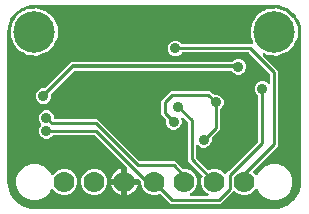
<source format=gbr>
G04 EAGLE Gerber RS-274X export*
G75*
%MOMM*%
%FSLAX34Y34*%
%LPD*%
%INBottom Copper*%
%IPPOS*%
%AMOC8*
5,1,8,0,0,1.08239X$1,22.5*%
G01*
%ADD10C,3.516000*%
%ADD11C,1.778000*%
%ADD12C,0.889000*%
%ADD13C,0.304800*%
%ADD14C,0.254000*%
%ADD15C,0.906400*%

G36*
X228622Y2543D02*
X228622Y2543D01*
X228700Y2545D01*
X232077Y2810D01*
X232145Y2824D01*
X232214Y2829D01*
X232370Y2869D01*
X238794Y4956D01*
X238901Y5006D01*
X239012Y5050D01*
X239063Y5083D01*
X239082Y5091D01*
X239097Y5104D01*
X239148Y5136D01*
X244612Y9107D01*
X244699Y9188D01*
X244746Y9227D01*
X244752Y9231D01*
X244753Y9232D01*
X244791Y9264D01*
X244829Y9310D01*
X244844Y9324D01*
X244855Y9342D01*
X244893Y9388D01*
X248864Y14852D01*
X248921Y14956D01*
X248985Y15056D01*
X249007Y15113D01*
X249017Y15131D01*
X249022Y15151D01*
X249044Y15206D01*
X251131Y21630D01*
X251144Y21698D01*
X251167Y21764D01*
X251190Y21923D01*
X251455Y25300D01*
X251455Y25304D01*
X251456Y25307D01*
X251455Y25326D01*
X251459Y25400D01*
X251459Y152400D01*
X251457Y152422D01*
X251455Y152500D01*
X251190Y155877D01*
X251176Y155945D01*
X251171Y156014D01*
X251131Y156170D01*
X249044Y162594D01*
X248993Y162701D01*
X248950Y162812D01*
X248917Y162863D01*
X248909Y162882D01*
X248896Y162897D01*
X248864Y162948D01*
X247171Y165278D01*
X247153Y165297D01*
X247139Y165320D01*
X247044Y165413D01*
X246953Y165509D01*
X246931Y165524D01*
X246912Y165542D01*
X246798Y165608D01*
X246792Y165624D01*
X246789Y165651D01*
X246740Y165775D01*
X246697Y165900D01*
X246682Y165922D01*
X246672Y165947D01*
X246586Y166083D01*
X244893Y168412D01*
X244812Y168499D01*
X244736Y168591D01*
X244690Y168629D01*
X244676Y168644D01*
X244658Y168655D01*
X244612Y168693D01*
X239148Y172664D01*
X239044Y172721D01*
X238944Y172785D01*
X238887Y172807D01*
X238869Y172817D01*
X238849Y172822D01*
X238794Y172844D01*
X232370Y174931D01*
X232302Y174944D01*
X232236Y174967D01*
X232077Y174990D01*
X228700Y175255D01*
X228678Y175254D01*
X228600Y175259D01*
X25400Y175259D01*
X25378Y175257D01*
X25300Y175255D01*
X21923Y174990D01*
X21855Y174976D01*
X21786Y174971D01*
X21630Y174931D01*
X18892Y174041D01*
X18867Y174030D01*
X18841Y174024D01*
X18724Y173963D01*
X18604Y173906D01*
X18583Y173889D01*
X18560Y173877D01*
X18462Y173789D01*
X18445Y173788D01*
X18418Y173793D01*
X18286Y173785D01*
X18153Y173783D01*
X18128Y173775D01*
X18101Y173774D01*
X17945Y173734D01*
X15206Y172844D01*
X15099Y172793D01*
X14988Y172750D01*
X14937Y172717D01*
X14918Y172709D01*
X14903Y172696D01*
X14852Y172664D01*
X9388Y168693D01*
X9301Y168612D01*
X9209Y168536D01*
X9171Y168490D01*
X9156Y168476D01*
X9145Y168458D01*
X9107Y168412D01*
X5136Y162948D01*
X5079Y162844D01*
X5015Y162744D01*
X4993Y162687D01*
X4983Y162669D01*
X4978Y162649D01*
X4956Y162594D01*
X2869Y156170D01*
X2856Y156102D01*
X2833Y156036D01*
X2810Y155877D01*
X2545Y152500D01*
X2546Y152478D01*
X2541Y152400D01*
X2541Y25400D01*
X2543Y25378D01*
X2545Y25300D01*
X2810Y21923D01*
X2824Y21855D01*
X2829Y21786D01*
X2869Y21630D01*
X4956Y15206D01*
X5006Y15099D01*
X5050Y14988D01*
X5083Y14937D01*
X5091Y14918D01*
X5104Y14903D01*
X5136Y14852D01*
X9107Y9388D01*
X9127Y9366D01*
X9138Y9348D01*
X9184Y9305D01*
X9188Y9301D01*
X9264Y9209D01*
X9310Y9171D01*
X9324Y9156D01*
X9342Y9145D01*
X9388Y9107D01*
X14852Y5136D01*
X14956Y5079D01*
X15056Y5015D01*
X15113Y4993D01*
X15131Y4983D01*
X15151Y4978D01*
X15206Y4956D01*
X21630Y2869D01*
X21698Y2856D01*
X21764Y2833D01*
X21923Y2810D01*
X25300Y2545D01*
X25322Y2546D01*
X25400Y2541D01*
X228600Y2541D01*
X228622Y2543D01*
G37*
%LPC*%
G36*
X140872Y6857D02*
X140872Y6857D01*
X138566Y9164D01*
X132657Y15072D01*
X132633Y15091D01*
X132614Y15113D01*
X132508Y15188D01*
X132406Y15267D01*
X132378Y15279D01*
X132354Y15296D01*
X132233Y15342D01*
X132114Y15394D01*
X132085Y15398D01*
X132057Y15409D01*
X131928Y15423D01*
X131800Y15444D01*
X131770Y15441D01*
X131741Y15444D01*
X131612Y15426D01*
X131483Y15414D01*
X131455Y15404D01*
X131426Y15400D01*
X131274Y15348D01*
X129173Y14477D01*
X124827Y14477D01*
X120813Y16140D01*
X117740Y19213D01*
X116077Y23227D01*
X116077Y24776D01*
X116065Y24874D01*
X116062Y24973D01*
X116045Y25032D01*
X116037Y25092D01*
X116001Y25184D01*
X115973Y25279D01*
X115943Y25331D01*
X115920Y25387D01*
X115862Y25468D01*
X115812Y25553D01*
X115746Y25628D01*
X115734Y25645D01*
X115724Y25653D01*
X115706Y25674D01*
X113852Y27528D01*
X113773Y27588D01*
X113701Y27656D01*
X113648Y27685D01*
X113600Y27722D01*
X113509Y27762D01*
X113423Y27810D01*
X113364Y27825D01*
X113309Y27849D01*
X113211Y27864D01*
X113115Y27889D01*
X113015Y27895D01*
X112994Y27899D01*
X112982Y27897D01*
X112954Y27899D01*
X104099Y27899D01*
X104099Y36754D01*
X104087Y36852D01*
X104084Y36951D01*
X104067Y37010D01*
X104059Y37070D01*
X104023Y37162D01*
X103995Y37257D01*
X103965Y37309D01*
X103942Y37365D01*
X103884Y37445D01*
X103834Y37531D01*
X103768Y37606D01*
X103756Y37623D01*
X103746Y37631D01*
X103728Y37652D01*
X76474Y64906D01*
X76395Y64966D01*
X76323Y65034D01*
X76270Y65063D01*
X76222Y65100D01*
X76131Y65140D01*
X76045Y65188D01*
X75986Y65203D01*
X75931Y65227D01*
X75833Y65242D01*
X75737Y65267D01*
X75637Y65273D01*
X75616Y65277D01*
X75604Y65275D01*
X75576Y65277D01*
X41944Y65277D01*
X41846Y65265D01*
X41747Y65262D01*
X41688Y65245D01*
X41628Y65237D01*
X41536Y65201D01*
X41441Y65173D01*
X41389Y65143D01*
X41333Y65120D01*
X41253Y65062D01*
X41167Y65012D01*
X41092Y64946D01*
X41075Y64934D01*
X41068Y64924D01*
X41046Y64906D01*
X39229Y63088D01*
X36849Y62102D01*
X34271Y62102D01*
X31891Y63088D01*
X30068Y64911D01*
X29082Y67291D01*
X29082Y69869D01*
X30068Y72249D01*
X30963Y73143D01*
X31035Y73237D01*
X31114Y73327D01*
X31133Y73363D01*
X31158Y73395D01*
X31205Y73504D01*
X31259Y73610D01*
X31268Y73649D01*
X31284Y73687D01*
X31303Y73804D01*
X31329Y73920D01*
X31327Y73961D01*
X31334Y74001D01*
X31323Y74119D01*
X31319Y74238D01*
X31308Y74277D01*
X31304Y74317D01*
X31264Y74430D01*
X31231Y74544D01*
X31210Y74578D01*
X31196Y74617D01*
X31129Y74715D01*
X31069Y74818D01*
X31029Y74863D01*
X31018Y74880D01*
X31002Y74893D01*
X30963Y74938D01*
X30068Y75833D01*
X29082Y78213D01*
X29082Y80791D01*
X30068Y83171D01*
X31891Y84994D01*
X34271Y85980D01*
X36849Y85980D01*
X39229Y84994D01*
X41052Y83171D01*
X42038Y80791D01*
X42038Y79629D01*
X42053Y79511D01*
X42060Y79392D01*
X42073Y79354D01*
X42078Y79313D01*
X42121Y79203D01*
X42158Y79090D01*
X42180Y79055D01*
X42195Y79018D01*
X42264Y78922D01*
X42328Y78821D01*
X42358Y78793D01*
X42381Y78760D01*
X42473Y78684D01*
X42560Y78603D01*
X42595Y78583D01*
X42626Y78558D01*
X42734Y78507D01*
X42838Y78449D01*
X42878Y78439D01*
X42914Y78422D01*
X43031Y78400D01*
X43146Y78370D01*
X43206Y78366D01*
X43226Y78362D01*
X43247Y78364D01*
X43307Y78360D01*
X78827Y78360D01*
X114142Y43044D01*
X114220Y42984D01*
X114292Y42916D01*
X114345Y42887D01*
X114393Y42850D01*
X114484Y42810D01*
X114571Y42762D01*
X114630Y42747D01*
X114685Y42723D01*
X114783Y42708D01*
X114879Y42683D01*
X114979Y42677D01*
X114999Y42673D01*
X115012Y42675D01*
X115040Y42673D01*
X144878Y42673D01*
X147184Y40367D01*
X147184Y40366D01*
X150856Y36694D01*
X150935Y36634D01*
X151007Y36566D01*
X151060Y36537D01*
X151108Y36500D01*
X151199Y36460D01*
X151285Y36412D01*
X151344Y36397D01*
X151399Y36373D01*
X151497Y36358D01*
X151593Y36333D01*
X151693Y36327D01*
X151713Y36323D01*
X151726Y36325D01*
X151754Y36323D01*
X154573Y36323D01*
X158587Y34660D01*
X161660Y31587D01*
X163323Y27573D01*
X163323Y23227D01*
X161660Y19213D01*
X158587Y16140D01*
X158019Y15905D01*
X157958Y15870D01*
X157893Y15844D01*
X157820Y15792D01*
X157742Y15747D01*
X157692Y15699D01*
X157636Y15658D01*
X157578Y15588D01*
X157514Y15526D01*
X157477Y15466D01*
X157433Y15413D01*
X157395Y15331D01*
X157348Y15255D01*
X157327Y15188D01*
X157297Y15125D01*
X157280Y15037D01*
X157254Y14951D01*
X157251Y14881D01*
X157238Y14812D01*
X157243Y14723D01*
X157239Y14633D01*
X157253Y14565D01*
X157257Y14495D01*
X157285Y14410D01*
X157303Y14322D01*
X157334Y14259D01*
X157355Y14193D01*
X157403Y14117D01*
X157443Y14036D01*
X157488Y13983D01*
X157525Y13924D01*
X157591Y13862D01*
X157649Y13794D01*
X157706Y13754D01*
X157757Y13706D01*
X157836Y13663D01*
X157909Y13611D01*
X157974Y13586D01*
X158036Y13552D01*
X158123Y13530D01*
X158207Y13498D01*
X158276Y13490D01*
X158344Y13473D01*
X158504Y13463D01*
X171696Y13463D01*
X171765Y13471D01*
X171835Y13470D01*
X171922Y13491D01*
X172011Y13503D01*
X172076Y13528D01*
X172144Y13545D01*
X172224Y13587D01*
X172307Y13620D01*
X172363Y13661D01*
X172425Y13693D01*
X172492Y13754D01*
X172564Y13806D01*
X172609Y13860D01*
X172661Y13907D01*
X172710Y13982D01*
X172767Y14051D01*
X172797Y14114D01*
X172835Y14173D01*
X172864Y14258D01*
X172903Y14339D01*
X172916Y14408D01*
X172938Y14474D01*
X172946Y14563D01*
X172962Y14651D01*
X172958Y14721D01*
X172964Y14791D01*
X172948Y14879D01*
X172943Y14969D01*
X172921Y15035D01*
X172909Y15104D01*
X172872Y15186D01*
X172845Y15271D01*
X172807Y15330D01*
X172779Y15394D01*
X172723Y15464D01*
X172675Y15540D01*
X172624Y15588D01*
X172580Y15642D01*
X172508Y15696D01*
X172443Y15758D01*
X172382Y15792D01*
X172326Y15834D01*
X172181Y15905D01*
X171613Y16140D01*
X168540Y19213D01*
X166877Y23227D01*
X166877Y27573D01*
X167748Y29674D01*
X167755Y29702D01*
X167769Y29728D01*
X167797Y29855D01*
X167831Y29980D01*
X167832Y30010D01*
X167838Y30039D01*
X167834Y30168D01*
X167837Y30298D01*
X167830Y30327D01*
X167829Y30357D01*
X167793Y30481D01*
X167762Y30608D01*
X167749Y30634D01*
X167740Y30662D01*
X167675Y30774D01*
X167614Y30889D01*
X167594Y30911D01*
X167579Y30936D01*
X167472Y31057D01*
X157754Y40776D01*
X155447Y43082D01*
X155447Y75576D01*
X155435Y75674D01*
X155432Y75773D01*
X155415Y75832D01*
X155407Y75892D01*
X155371Y75984D01*
X155343Y76079D01*
X155313Y76131D01*
X155290Y76187D01*
X155232Y76267D01*
X155182Y76353D01*
X155116Y76428D01*
X155104Y76445D01*
X155094Y76453D01*
X155076Y76474D01*
X151780Y79769D01*
X151725Y79812D01*
X151677Y79862D01*
X151600Y79909D01*
X151529Y79964D01*
X151465Y79992D01*
X151406Y80028D01*
X151320Y80054D01*
X151237Y80090D01*
X151168Y80101D01*
X151102Y80122D01*
X151012Y80126D01*
X150923Y80140D01*
X150854Y80133D01*
X150784Y80137D01*
X150696Y80119D01*
X150607Y80110D01*
X150541Y80086D01*
X150473Y80072D01*
X150392Y80033D01*
X150307Y80003D01*
X150249Y79963D01*
X150187Y79933D01*
X150119Y79874D01*
X150044Y79824D01*
X149998Y79772D01*
X149945Y79726D01*
X149893Y79653D01*
X149834Y79586D01*
X149802Y79523D01*
X149762Y79466D01*
X149730Y79382D01*
X149689Y79302D01*
X149674Y79234D01*
X149649Y79169D01*
X149639Y79080D01*
X149619Y78992D01*
X149622Y78922D01*
X149614Y78853D01*
X149626Y78764D01*
X149629Y78674D01*
X149649Y78607D01*
X149658Y78538D01*
X149710Y78386D01*
X150075Y77506D01*
X150075Y74894D01*
X149075Y72481D01*
X147229Y70635D01*
X144816Y69635D01*
X142204Y69635D01*
X139791Y70635D01*
X137945Y72481D01*
X136945Y74894D01*
X136945Y77568D01*
X136933Y77666D01*
X136930Y77765D01*
X136913Y77824D01*
X136905Y77884D01*
X136869Y77976D01*
X136841Y78071D01*
X136811Y78123D01*
X136788Y78179D01*
X136730Y78259D01*
X136680Y78345D01*
X136614Y78420D01*
X136602Y78437D01*
X136592Y78445D01*
X136574Y78466D01*
X132587Y82452D01*
X132587Y94078D01*
X140872Y102363D01*
X174088Y102363D01*
X176891Y99559D01*
X176970Y99499D01*
X177042Y99431D01*
X177095Y99402D01*
X177143Y99365D01*
X177234Y99325D01*
X177320Y99277D01*
X177379Y99262D01*
X177434Y99238D01*
X177532Y99223D01*
X177628Y99198D01*
X177728Y99192D01*
X177749Y99188D01*
X177761Y99190D01*
X177789Y99188D01*
X180359Y99188D01*
X182739Y98202D01*
X184562Y96379D01*
X185548Y93999D01*
X185548Y91421D01*
X184562Y89041D01*
X182744Y87224D01*
X182684Y87145D01*
X182616Y87073D01*
X182587Y87020D01*
X182550Y86972D01*
X182510Y86881D01*
X182462Y86795D01*
X182447Y86736D01*
X182423Y86680D01*
X182408Y86582D01*
X182383Y86487D01*
X182378Y86404D01*
X182375Y86392D01*
X182376Y86382D01*
X182373Y86366D01*
X182375Y86354D01*
X182373Y86326D01*
X182373Y69752D01*
X175759Y63139D01*
X175699Y63060D01*
X175631Y62988D01*
X175602Y62935D01*
X175565Y62887D01*
X175525Y62796D01*
X175477Y62710D01*
X175462Y62651D01*
X175438Y62596D01*
X175423Y62498D01*
X175398Y62402D01*
X175392Y62302D01*
X175388Y62281D01*
X175390Y62269D01*
X175388Y62241D01*
X175388Y59671D01*
X174402Y57291D01*
X172579Y55468D01*
X170199Y54482D01*
X167621Y54482D01*
X165241Y55468D01*
X164219Y56490D01*
X164110Y56574D01*
X164003Y56664D01*
X163984Y56672D01*
X163968Y56685D01*
X163841Y56740D01*
X163715Y56799D01*
X163695Y56803D01*
X163676Y56811D01*
X163538Y56833D01*
X163402Y56859D01*
X163382Y56858D01*
X163362Y56861D01*
X163223Y56848D01*
X163085Y56839D01*
X163066Y56833D01*
X163046Y56831D01*
X162914Y56784D01*
X162783Y56741D01*
X162765Y56730D01*
X162746Y56723D01*
X162631Y56645D01*
X162514Y56571D01*
X162500Y56556D01*
X162483Y56545D01*
X162391Y56441D01*
X162296Y56339D01*
X162286Y56321D01*
X162273Y56306D01*
X162210Y56183D01*
X162142Y56061D01*
X162137Y56041D01*
X162128Y56023D01*
X162098Y55887D01*
X162063Y55753D01*
X162061Y55725D01*
X162058Y55713D01*
X162059Y55692D01*
X162053Y55592D01*
X162053Y46344D01*
X162065Y46246D01*
X162068Y46147D01*
X162085Y46088D01*
X162093Y46028D01*
X162129Y45936D01*
X162157Y45841D01*
X162187Y45789D01*
X162210Y45733D01*
X162268Y45653D01*
X162318Y45567D01*
X162384Y45492D01*
X162396Y45475D01*
X162406Y45467D01*
X162424Y45446D01*
X172143Y35728D01*
X172167Y35709D01*
X172186Y35687D01*
X172292Y35612D01*
X172394Y35533D01*
X172422Y35521D01*
X172446Y35504D01*
X172567Y35458D01*
X172686Y35406D01*
X172715Y35402D01*
X172743Y35391D01*
X172872Y35377D01*
X173000Y35356D01*
X173030Y35359D01*
X173059Y35356D01*
X173188Y35374D01*
X173317Y35386D01*
X173345Y35396D01*
X173374Y35400D01*
X173526Y35452D01*
X175627Y36323D01*
X179973Y36323D01*
X183987Y34660D01*
X186101Y32546D01*
X186195Y32473D01*
X186284Y32395D01*
X186320Y32376D01*
X186352Y32351D01*
X186461Y32304D01*
X186567Y32250D01*
X186607Y32241D01*
X186644Y32225D01*
X186762Y32206D01*
X186877Y32180D01*
X186918Y32182D01*
X186958Y32175D01*
X187076Y32186D01*
X187195Y32190D01*
X187234Y32201D01*
X187274Y32205D01*
X187387Y32245D01*
X187501Y32278D01*
X187536Y32299D01*
X187574Y32313D01*
X187672Y32380D01*
X187775Y32440D01*
X187820Y32480D01*
X187837Y32491D01*
X187850Y32507D01*
X187896Y32546D01*
X190012Y34662D01*
X214766Y59416D01*
X214826Y59495D01*
X214894Y59567D01*
X214923Y59620D01*
X214960Y59668D01*
X215000Y59759D01*
X215048Y59845D01*
X215063Y59904D01*
X215087Y59959D01*
X215102Y60057D01*
X215127Y60153D01*
X215133Y60253D01*
X215137Y60274D01*
X215135Y60286D01*
X215137Y60314D01*
X215137Y97756D01*
X215125Y97854D01*
X215122Y97953D01*
X215105Y98012D01*
X215097Y98072D01*
X215061Y98164D01*
X215033Y98259D01*
X215003Y98311D01*
X214980Y98367D01*
X214922Y98447D01*
X214872Y98533D01*
X214806Y98608D01*
X214794Y98625D01*
X214784Y98632D01*
X214766Y98654D01*
X212948Y100471D01*
X211962Y102851D01*
X211962Y105429D01*
X212948Y107809D01*
X214771Y109632D01*
X217151Y110618D01*
X219729Y110618D01*
X222109Y109632D01*
X223131Y108610D01*
X223240Y108526D01*
X223347Y108436D01*
X223366Y108428D01*
X223382Y108415D01*
X223509Y108360D01*
X223635Y108301D01*
X223655Y108297D01*
X223674Y108289D01*
X223812Y108267D01*
X223948Y108241D01*
X223968Y108242D01*
X223988Y108239D01*
X224127Y108252D01*
X224265Y108261D01*
X224284Y108267D01*
X224304Y108269D01*
X224436Y108316D01*
X224567Y108359D01*
X224585Y108370D01*
X224604Y108377D01*
X224719Y108455D01*
X224836Y108529D01*
X224850Y108544D01*
X224867Y108555D01*
X224959Y108659D01*
X225054Y108761D01*
X225064Y108779D01*
X225077Y108794D01*
X225140Y108917D01*
X225208Y109039D01*
X225213Y109059D01*
X225222Y109077D01*
X225252Y109213D01*
X225287Y109347D01*
X225289Y109375D01*
X225292Y109387D01*
X225291Y109408D01*
X225297Y109508D01*
X225297Y116216D01*
X225285Y116314D01*
X225282Y116413D01*
X225265Y116472D01*
X225257Y116532D01*
X225221Y116624D01*
X225193Y116719D01*
X225163Y116771D01*
X225140Y116827D01*
X225082Y116907D01*
X225032Y116993D01*
X224966Y117068D01*
X224954Y117085D01*
X224944Y117093D01*
X224926Y117114D01*
X207284Y134756D01*
X207205Y134816D01*
X207133Y134884D01*
X207080Y134913D01*
X207032Y134950D01*
X206941Y134990D01*
X206855Y135038D01*
X206796Y135053D01*
X206741Y135077D01*
X206643Y135092D01*
X206547Y135117D01*
X206447Y135123D01*
X206426Y135127D01*
X206414Y135125D01*
X206386Y135127D01*
X151164Y135127D01*
X151066Y135115D01*
X150967Y135112D01*
X150908Y135095D01*
X150848Y135087D01*
X150756Y135051D01*
X150661Y135023D01*
X150609Y134993D01*
X150553Y134970D01*
X150473Y134912D01*
X150387Y134862D01*
X150312Y134796D01*
X150295Y134784D01*
X150288Y134774D01*
X150266Y134756D01*
X148449Y132938D01*
X146069Y131952D01*
X143491Y131952D01*
X141111Y132938D01*
X139288Y134761D01*
X138302Y137141D01*
X138302Y139719D01*
X139288Y142099D01*
X141111Y143922D01*
X143491Y144908D01*
X146069Y144908D01*
X148449Y143922D01*
X150266Y142104D01*
X150345Y142044D01*
X150417Y141976D01*
X150470Y141947D01*
X150518Y141910D01*
X150609Y141870D01*
X150695Y141822D01*
X150754Y141807D01*
X150810Y141783D01*
X150908Y141768D01*
X151003Y141743D01*
X151103Y141737D01*
X151124Y141733D01*
X151136Y141735D01*
X151164Y141733D01*
X209518Y141733D01*
X209557Y141738D01*
X209597Y141735D01*
X209715Y141758D01*
X209834Y141773D01*
X209871Y141787D01*
X209910Y141795D01*
X210018Y141846D01*
X210129Y141890D01*
X210161Y141913D01*
X210197Y141930D01*
X210290Y142006D01*
X210387Y142076D01*
X210412Y142107D01*
X210443Y142132D01*
X210513Y142229D01*
X210589Y142321D01*
X210606Y142357D01*
X210630Y142390D01*
X210674Y142501D01*
X210725Y142609D01*
X210732Y142648D01*
X210747Y142685D01*
X210762Y142804D01*
X210785Y142921D01*
X210782Y142961D01*
X210787Y143001D01*
X210772Y143119D01*
X210765Y143239D01*
X210753Y143277D01*
X210748Y143316D01*
X210704Y143427D01*
X210667Y143541D01*
X210646Y143575D01*
X210631Y143612D01*
X210545Y143748D01*
X210208Y144211D01*
X209647Y146849D01*
X209636Y146883D01*
X209631Y146919D01*
X209579Y147071D01*
X208987Y148499D01*
X208987Y149822D01*
X208981Y149874D01*
X208983Y149926D01*
X208960Y150086D01*
X208468Y152400D01*
X208960Y154714D01*
X208964Y154767D01*
X208977Y154817D01*
X208987Y154978D01*
X208987Y156301D01*
X209579Y157729D01*
X209588Y157763D01*
X209604Y157795D01*
X209647Y157951D01*
X210208Y160589D01*
X211411Y162244D01*
X211444Y162305D01*
X211486Y162360D01*
X211557Y162504D01*
X211973Y163510D01*
X213209Y164746D01*
X213221Y164761D01*
X213236Y164773D01*
X213339Y164897D01*
X215129Y167361D01*
X216631Y168228D01*
X216699Y168280D01*
X216773Y168324D01*
X216875Y168414D01*
X216884Y168421D01*
X216887Y168424D01*
X216893Y168430D01*
X217490Y169027D01*
X219266Y169762D01*
X219268Y169764D01*
X219271Y169764D01*
X219415Y169836D01*
X222379Y171547D01*
X223798Y171696D01*
X223898Y171720D01*
X223999Y171734D01*
X224087Y171764D01*
X224108Y171769D01*
X224120Y171775D01*
X224151Y171786D01*
X224699Y172013D01*
X226743Y172013D01*
X226760Y172015D01*
X226876Y172020D01*
X230704Y172422D01*
X231773Y172075D01*
X231890Y172053D01*
X232005Y172023D01*
X232065Y172019D01*
X232085Y172015D01*
X232106Y172017D01*
X232165Y172013D01*
X232501Y172013D01*
X234409Y171222D01*
X234430Y171217D01*
X234503Y171188D01*
X238666Y169835D01*
X239278Y169285D01*
X239389Y169207D01*
X239497Y169126D01*
X239527Y169111D01*
X239539Y169103D01*
X239559Y169096D01*
X239641Y169055D01*
X239710Y169027D01*
X241005Y167732D01*
X241019Y167721D01*
X241053Y167686D01*
X244710Y164393D01*
X244732Y164378D01*
X244750Y164359D01*
X244862Y164288D01*
X244910Y164254D01*
X244914Y164217D01*
X244924Y164192D01*
X244929Y164166D01*
X244985Y164015D01*
X245100Y163756D01*
X245179Y163626D01*
X245450Y162971D01*
X245455Y162962D01*
X245463Y162941D01*
X248292Y156586D01*
X248292Y148214D01*
X245463Y141859D01*
X245460Y141849D01*
X245450Y141829D01*
X245194Y141211D01*
X245175Y141187D01*
X245170Y141179D01*
X245168Y141175D01*
X245163Y141164D01*
X245100Y141044D01*
X244887Y140566D01*
X241053Y137114D01*
X241041Y137100D01*
X241005Y137068D01*
X239710Y135773D01*
X239641Y135745D01*
X239524Y135678D01*
X239404Y135615D01*
X239377Y135594D01*
X239365Y135587D01*
X239350Y135572D01*
X239278Y135515D01*
X238666Y134965D01*
X234502Y133612D01*
X234483Y133603D01*
X234409Y133577D01*
X232501Y132787D01*
X232165Y132787D01*
X232047Y132772D01*
X231929Y132765D01*
X231870Y132750D01*
X231850Y132747D01*
X231831Y132740D01*
X231773Y132725D01*
X230704Y132378D01*
X226876Y132780D01*
X226858Y132780D01*
X226743Y132787D01*
X224699Y132787D01*
X224151Y133014D01*
X224052Y133041D01*
X223957Y133077D01*
X223865Y133092D01*
X223844Y133098D01*
X223831Y133098D01*
X223798Y133104D01*
X222379Y133253D01*
X220670Y134239D01*
X220531Y134298D01*
X220390Y134359D01*
X220383Y134360D01*
X220377Y134363D01*
X220228Y134385D01*
X220076Y134409D01*
X220069Y134408D01*
X220062Y134409D01*
X219912Y134393D01*
X219759Y134379D01*
X219753Y134377D01*
X219746Y134376D01*
X219605Y134323D01*
X219460Y134271D01*
X219454Y134268D01*
X219448Y134265D01*
X219324Y134179D01*
X219197Y134093D01*
X219192Y134088D01*
X219187Y134084D01*
X219087Y133969D01*
X218986Y133854D01*
X218983Y133848D01*
X218979Y133843D01*
X218911Y133707D01*
X218842Y133571D01*
X218840Y133565D01*
X218837Y133559D01*
X218805Y133408D01*
X218772Y133261D01*
X218772Y133254D01*
X218771Y133248D01*
X218777Y133095D01*
X218782Y132943D01*
X218784Y132937D01*
X218784Y132930D01*
X218828Y132784D01*
X218870Y132638D01*
X218874Y132632D01*
X218875Y132625D01*
X218954Y132496D01*
X219032Y132364D01*
X219038Y132357D01*
X219040Y132353D01*
X219047Y132346D01*
X219138Y132243D01*
X231903Y119478D01*
X231903Y55782D01*
X210981Y34861D01*
X210908Y34766D01*
X210830Y34677D01*
X210811Y34641D01*
X210786Y34609D01*
X210739Y34500D01*
X210685Y34394D01*
X210676Y34355D01*
X210660Y34318D01*
X210641Y34200D01*
X210615Y34084D01*
X210617Y34043D01*
X210610Y34003D01*
X210621Y33885D01*
X210625Y33766D01*
X210636Y33727D01*
X210640Y33687D01*
X210680Y33575D01*
X210713Y33460D01*
X210734Y33426D01*
X210748Y33388D01*
X210815Y33289D01*
X210875Y33186D01*
X210915Y33141D01*
X210926Y33124D01*
X210942Y33111D01*
X210981Y33066D01*
X212511Y31536D01*
X212524Y31511D01*
X212538Y31496D01*
X212548Y31479D01*
X212644Y31379D01*
X212738Y31276D01*
X212755Y31265D01*
X212769Y31250D01*
X212888Y31177D01*
X213004Y31101D01*
X213023Y31094D01*
X213040Y31084D01*
X213173Y31043D01*
X213305Y30998D01*
X213325Y30996D01*
X213344Y30990D01*
X213483Y30984D01*
X213622Y30972D01*
X213642Y30976D01*
X213662Y30975D01*
X213798Y31003D01*
X213935Y31027D01*
X213953Y31035D01*
X213973Y31039D01*
X214098Y31100D01*
X214225Y31157D01*
X214241Y31170D01*
X214259Y31179D01*
X214365Y31269D01*
X214474Y31356D01*
X214486Y31372D01*
X214501Y31385D01*
X214581Y31499D01*
X214665Y31610D01*
X214677Y31635D01*
X214684Y31645D01*
X214691Y31664D01*
X214736Y31755D01*
X215680Y34033D01*
X219967Y38320D01*
X225568Y40641D01*
X231632Y40641D01*
X237233Y38320D01*
X241520Y34033D01*
X243841Y28432D01*
X243841Y22368D01*
X241520Y16767D01*
X237233Y12480D01*
X231632Y10159D01*
X225568Y10159D01*
X219967Y12480D01*
X215680Y16767D01*
X214736Y19045D01*
X214667Y19166D01*
X214602Y19289D01*
X214588Y19304D01*
X214578Y19322D01*
X214481Y19422D01*
X214388Y19525D01*
X214371Y19536D01*
X214357Y19550D01*
X214238Y19623D01*
X214122Y19699D01*
X214103Y19706D01*
X214086Y19716D01*
X213953Y19757D01*
X213821Y19802D01*
X213801Y19804D01*
X213782Y19810D01*
X213643Y19816D01*
X213504Y19828D01*
X213484Y19824D01*
X213464Y19825D01*
X213328Y19797D01*
X213191Y19773D01*
X213172Y19765D01*
X213153Y19761D01*
X213027Y19699D01*
X212901Y19642D01*
X212885Y19630D01*
X212867Y19621D01*
X212761Y19530D01*
X212652Y19444D01*
X212640Y19428D01*
X212625Y19415D01*
X212545Y19301D01*
X212536Y19289D01*
X209387Y16140D01*
X205373Y14477D01*
X201027Y14477D01*
X197013Y16140D01*
X195534Y17619D01*
X195440Y17692D01*
X195351Y17770D01*
X195315Y17789D01*
X195283Y17814D01*
X195174Y17861D01*
X195068Y17915D01*
X195028Y17924D01*
X194991Y17940D01*
X194873Y17959D01*
X194758Y17985D01*
X194717Y17983D01*
X194677Y17990D01*
X194559Y17979D01*
X194440Y17975D01*
X194401Y17964D01*
X194361Y17960D01*
X194248Y17920D01*
X194134Y17887D01*
X194099Y17866D01*
X194061Y17852D01*
X193963Y17785D01*
X193860Y17725D01*
X193815Y17685D01*
X193798Y17674D01*
X193785Y17658D01*
X193739Y17619D01*
X182978Y6857D01*
X140872Y6857D01*
G37*
%LPD*%
%LPC*%
G36*
X31731Y91566D02*
X31731Y91566D01*
X29351Y92552D01*
X27528Y94375D01*
X26542Y96755D01*
X26542Y99333D01*
X27528Y101713D01*
X29351Y103536D01*
X31731Y104522D01*
X33942Y104522D01*
X34040Y104534D01*
X34139Y104537D01*
X34197Y104554D01*
X34258Y104562D01*
X34350Y104598D01*
X34445Y104626D01*
X34497Y104656D01*
X34553Y104679D01*
X34633Y104737D01*
X34719Y104787D01*
X34794Y104853D01*
X34811Y104865D01*
X34818Y104875D01*
X34840Y104893D01*
X56693Y126747D01*
X192380Y126747D01*
X192478Y126759D01*
X192577Y126762D01*
X192636Y126779D01*
X192696Y126787D01*
X192788Y126823D01*
X192883Y126851D01*
X192935Y126881D01*
X192991Y126904D01*
X193071Y126962D01*
X193157Y127012D01*
X193232Y127078D01*
X193249Y127090D01*
X193256Y127100D01*
X193278Y127118D01*
X194451Y128292D01*
X196831Y129278D01*
X199409Y129278D01*
X201789Y128292D01*
X203612Y126469D01*
X204598Y124089D01*
X204598Y121511D01*
X203612Y119131D01*
X201789Y117308D01*
X199409Y116322D01*
X196831Y116322D01*
X194451Y117308D01*
X192498Y119262D01*
X192419Y119322D01*
X192347Y119390D01*
X192294Y119419D01*
X192246Y119456D01*
X192155Y119496D01*
X192069Y119544D01*
X192010Y119559D01*
X191954Y119583D01*
X191856Y119598D01*
X191761Y119623D01*
X191661Y119629D01*
X191640Y119633D01*
X191628Y119631D01*
X191600Y119633D01*
X60165Y119633D01*
X60067Y119621D01*
X59968Y119618D01*
X59910Y119601D01*
X59849Y119593D01*
X59757Y119557D01*
X59662Y119529D01*
X59610Y119499D01*
X59554Y119476D01*
X59474Y119418D01*
X59388Y119368D01*
X59313Y119302D01*
X59296Y119290D01*
X59289Y119280D01*
X59267Y119262D01*
X39869Y99864D01*
X39809Y99785D01*
X39741Y99713D01*
X39712Y99660D01*
X39675Y99612D01*
X39635Y99521D01*
X39587Y99435D01*
X39572Y99376D01*
X39548Y99320D01*
X39533Y99222D01*
X39508Y99127D01*
X39502Y99027D01*
X39498Y99006D01*
X39500Y98994D01*
X39498Y98966D01*
X39498Y96755D01*
X38512Y94375D01*
X36689Y92552D01*
X34309Y91566D01*
X31731Y91566D01*
G37*
%LPD*%
%LPC*%
G36*
X23676Y132780D02*
X23676Y132780D01*
X23658Y132780D01*
X23543Y132787D01*
X21499Y132787D01*
X20951Y133014D01*
X20852Y133041D01*
X20757Y133077D01*
X20665Y133092D01*
X20644Y133098D01*
X20631Y133098D01*
X20598Y133104D01*
X19179Y133253D01*
X16215Y134964D01*
X16213Y134965D01*
X16210Y134967D01*
X16066Y135038D01*
X14290Y135773D01*
X13693Y136370D01*
X13626Y136422D01*
X13565Y136483D01*
X13451Y136558D01*
X13442Y136565D01*
X13438Y136567D01*
X13431Y136572D01*
X11929Y137439D01*
X10139Y139903D01*
X10126Y139917D01*
X10116Y139933D01*
X10009Y140054D01*
X8773Y141290D01*
X8357Y142296D01*
X8322Y142356D01*
X8297Y142420D01*
X8211Y142556D01*
X7008Y144211D01*
X6447Y146849D01*
X6436Y146883D01*
X6431Y146919D01*
X6379Y147071D01*
X5787Y148499D01*
X5787Y149822D01*
X5781Y149874D01*
X5783Y149926D01*
X5760Y150086D01*
X5268Y152400D01*
X5760Y154714D01*
X5764Y154767D01*
X5777Y154817D01*
X5787Y154978D01*
X5787Y156301D01*
X6379Y157729D01*
X6388Y157763D01*
X6404Y157795D01*
X6447Y157951D01*
X7008Y160589D01*
X8211Y162244D01*
X8244Y162305D01*
X8286Y162360D01*
X8357Y162504D01*
X8773Y163510D01*
X10009Y164746D01*
X10021Y164761D01*
X10036Y164773D01*
X10139Y164897D01*
X11929Y167361D01*
X13431Y168228D01*
X13499Y168280D01*
X13573Y168324D01*
X13675Y168414D01*
X13684Y168421D01*
X13687Y168424D01*
X13693Y168430D01*
X14290Y169027D01*
X16066Y169762D01*
X16068Y169764D01*
X16071Y169764D01*
X16215Y169836D01*
X18972Y171428D01*
X18993Y171444D01*
X19017Y171455D01*
X19120Y171540D01*
X19166Y171575D01*
X19203Y171568D01*
X19229Y171569D01*
X19256Y171565D01*
X19416Y171572D01*
X20598Y171696D01*
X20698Y171720D01*
X20799Y171734D01*
X20887Y171764D01*
X20908Y171769D01*
X20920Y171775D01*
X20951Y171786D01*
X21499Y172013D01*
X23543Y172013D01*
X23560Y172015D01*
X23676Y172020D01*
X27504Y172422D01*
X28573Y172075D01*
X28690Y172053D01*
X28805Y172023D01*
X28865Y172019D01*
X28885Y172015D01*
X28906Y172017D01*
X28965Y172013D01*
X29301Y172013D01*
X31209Y171222D01*
X31230Y171217D01*
X31303Y171188D01*
X35466Y169835D01*
X36078Y169285D01*
X36189Y169207D01*
X36297Y169126D01*
X36327Y169111D01*
X36339Y169103D01*
X36359Y169096D01*
X36441Y169055D01*
X36510Y169027D01*
X37805Y167732D01*
X37819Y167721D01*
X37853Y167686D01*
X41687Y164234D01*
X41900Y163756D01*
X41979Y163626D01*
X42250Y162971D01*
X42255Y162962D01*
X42263Y162941D01*
X45092Y156586D01*
X45092Y148214D01*
X42263Y141859D01*
X42260Y141849D01*
X42250Y141829D01*
X41994Y141211D01*
X41975Y141187D01*
X41970Y141179D01*
X41968Y141175D01*
X41963Y141164D01*
X41900Y141044D01*
X41687Y140566D01*
X37853Y137114D01*
X37841Y137100D01*
X37805Y137068D01*
X36510Y135773D01*
X36441Y135745D01*
X36324Y135678D01*
X36204Y135615D01*
X36177Y135594D01*
X36165Y135587D01*
X36150Y135572D01*
X36078Y135515D01*
X35466Y134965D01*
X31302Y133612D01*
X31283Y133603D01*
X31209Y133577D01*
X29301Y132787D01*
X28965Y132787D01*
X28847Y132772D01*
X28729Y132765D01*
X28670Y132750D01*
X28650Y132747D01*
X28631Y132740D01*
X28573Y132725D01*
X27504Y132378D01*
X23676Y132780D01*
G37*
%LPD*%
%LPC*%
G36*
X22368Y10159D02*
X22368Y10159D01*
X16767Y12480D01*
X12480Y16767D01*
X10159Y22368D01*
X10159Y28432D01*
X12480Y34033D01*
X16767Y38320D01*
X22368Y40641D01*
X28432Y40641D01*
X34033Y38320D01*
X38320Y34033D01*
X39264Y31755D01*
X39333Y31634D01*
X39398Y31511D01*
X39412Y31496D01*
X39422Y31478D01*
X39519Y31378D01*
X39612Y31276D01*
X39629Y31265D01*
X39643Y31250D01*
X39762Y31177D01*
X39878Y31101D01*
X39897Y31094D01*
X39914Y31084D01*
X40047Y31043D01*
X40179Y30998D01*
X40199Y30996D01*
X40218Y30990D01*
X40357Y30984D01*
X40496Y30973D01*
X40516Y30976D01*
X40536Y30975D01*
X40672Y31003D01*
X40809Y31027D01*
X40827Y31035D01*
X40847Y31039D01*
X40973Y31101D01*
X41099Y31158D01*
X41115Y31170D01*
X41133Y31179D01*
X41239Y31270D01*
X41347Y31356D01*
X41360Y31372D01*
X41375Y31385D01*
X41455Y31500D01*
X41464Y31511D01*
X44613Y34660D01*
X48627Y36323D01*
X52973Y36323D01*
X56987Y34660D01*
X60060Y31587D01*
X61723Y27573D01*
X61723Y23227D01*
X60060Y19213D01*
X56987Y16140D01*
X52973Y14477D01*
X48627Y14477D01*
X44613Y16140D01*
X41489Y19264D01*
X41476Y19289D01*
X41462Y19304D01*
X41452Y19321D01*
X41355Y19422D01*
X41262Y19524D01*
X41245Y19535D01*
X41231Y19550D01*
X41112Y19623D01*
X40996Y19699D01*
X40977Y19706D01*
X40960Y19716D01*
X40827Y19757D01*
X40695Y19802D01*
X40675Y19804D01*
X40656Y19810D01*
X40517Y19816D01*
X40378Y19828D01*
X40358Y19824D01*
X40338Y19825D01*
X40202Y19797D01*
X40065Y19773D01*
X40046Y19765D01*
X40027Y19761D01*
X39902Y19700D01*
X39775Y19643D01*
X39759Y19630D01*
X39741Y19621D01*
X39635Y19531D01*
X39526Y19444D01*
X39514Y19428D01*
X39499Y19415D01*
X39419Y19301D01*
X39335Y19190D01*
X39323Y19165D01*
X39316Y19155D01*
X39309Y19136D01*
X39264Y19045D01*
X38320Y16767D01*
X34033Y12480D01*
X28432Y10159D01*
X22368Y10159D01*
G37*
%LPD*%
%LPC*%
G36*
X74027Y14477D02*
X74027Y14477D01*
X70013Y16140D01*
X66940Y19213D01*
X65277Y23227D01*
X65277Y27573D01*
X66940Y31587D01*
X70013Y34660D01*
X74027Y36323D01*
X78373Y36323D01*
X82387Y34660D01*
X85460Y31587D01*
X87123Y27573D01*
X87123Y23227D01*
X85460Y19213D01*
X82387Y16140D01*
X78373Y14477D01*
X74027Y14477D01*
G37*
%LPD*%
%LPC*%
G36*
X90423Y27899D02*
X90423Y27899D01*
X90451Y28077D01*
X91007Y29788D01*
X91823Y31391D01*
X92881Y32847D01*
X94153Y34119D01*
X95609Y35177D01*
X97212Y35993D01*
X98923Y36549D01*
X99101Y36577D01*
X99101Y27899D01*
X90423Y27899D01*
G37*
%LPD*%
%LPC*%
G36*
X104099Y22901D02*
X104099Y22901D01*
X112777Y22901D01*
X112749Y22723D01*
X112193Y21012D01*
X111377Y19409D01*
X110319Y17953D01*
X109047Y16681D01*
X107591Y15623D01*
X105988Y14807D01*
X104277Y14251D01*
X104099Y14223D01*
X104099Y22901D01*
G37*
%LPD*%
%LPC*%
G36*
X98923Y14251D02*
X98923Y14251D01*
X97212Y14807D01*
X95609Y15623D01*
X94153Y16681D01*
X92881Y17953D01*
X91823Y19409D01*
X91007Y21012D01*
X90451Y22723D01*
X90423Y22901D01*
X99101Y22901D01*
X99101Y14223D01*
X98923Y14251D01*
G37*
%LPD*%
D10*
X25400Y152400D03*
X228600Y152400D03*
D11*
X50800Y25400D03*
X76200Y25400D03*
X101600Y25400D03*
X127000Y25400D03*
X152400Y25400D03*
X177800Y25400D03*
X203200Y25400D03*
D12*
X29210Y113030D03*
X87630Y146050D03*
X198120Y60960D03*
X148590Y58420D03*
X125730Y107950D03*
X106680Y66040D03*
X33020Y98044D03*
D13*
X58166Y123190D01*
X198120Y123190D01*
X198120Y122800D01*
D12*
X198120Y122800D03*
X179070Y92710D03*
D14*
X179070Y71120D01*
X168910Y60960D01*
D12*
X168910Y60960D03*
D15*
X143510Y76200D03*
D14*
X135890Y83820D01*
X135890Y92710D02*
X142240Y99060D01*
X172720Y99060D01*
X179070Y92710D01*
X135890Y92710D02*
X135890Y83820D01*
D12*
X35560Y79502D03*
D14*
X40005Y75057D02*
X77459Y75057D01*
X40005Y75057D02*
X35560Y79502D01*
X77459Y75057D02*
X113146Y39370D01*
X143510Y39370D01*
X152400Y30480D01*
X152400Y25400D01*
D12*
X35560Y68580D03*
D14*
X77470Y68580D01*
X120650Y25400D02*
X127000Y25400D01*
X120650Y25400D02*
X77470Y68580D01*
D12*
X218440Y104140D03*
D14*
X218440Y58420D01*
X191008Y30988D01*
X142240Y10160D02*
X127000Y25400D01*
X191008Y30988D02*
X191008Y19558D01*
X181610Y10160D02*
X142240Y10160D01*
X181610Y10160D02*
X191008Y19558D01*
D12*
X144780Y138430D03*
D14*
X208280Y138430D01*
X228600Y118110D01*
X228600Y57150D01*
X203200Y31750D02*
X203200Y25400D01*
X203200Y31750D02*
X228600Y57150D01*
D15*
X147320Y88900D03*
D14*
X158750Y77470D01*
X158750Y44450D02*
X177800Y25400D01*
X158750Y44450D02*
X158750Y77470D01*
M02*

</source>
